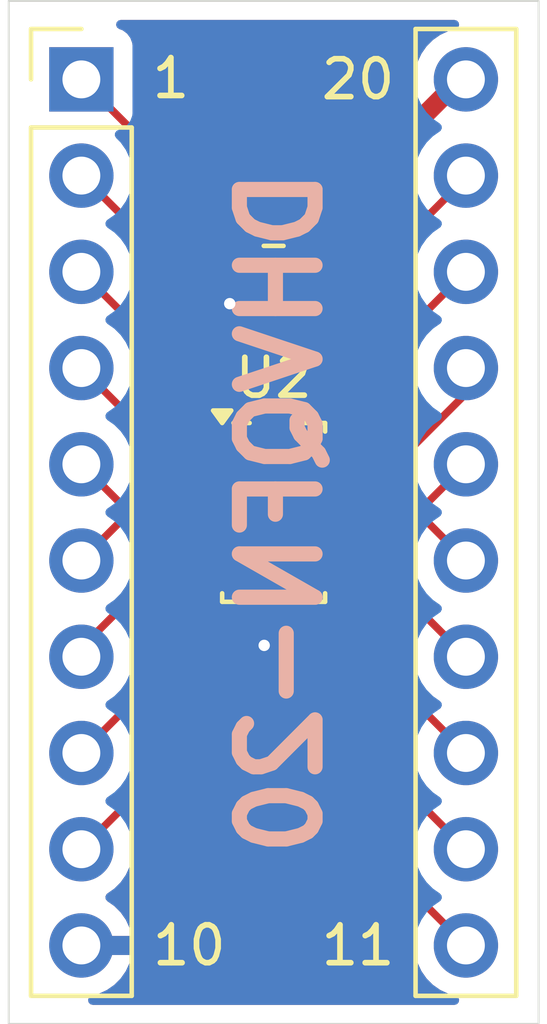
<source format=kicad_pcb>
(kicad_pcb (version 20240108) (generator "pcbnew") (generator_version "8.0")
  (layers (0 "F.Cu" signal) (31 "B.Cu" signal) (34 "B.Paste" user) (35 "F.Paste" user) (36 "B.SilkS" user "B.Silkscreen") (37 "F.SilkS" user "F.Silkscreen") (38 "B.Mask" user) (39 "F.Mask" user) (44 "Edge.Cuts" user))
  (net 0 "")
  (net 1 "Net-(J4-Pin_10)")
  (net 2 "/GND")
  (net 3 "Net-(J4-Pin_1)")
  (net 4 "Net-(J3-Pin_6)")
  (net 5 "Net-(J3-Pin_8)")
  (net 6 "Net-(J3-Pin_7)")
  (net 7 "Net-(J3-Pin_1)")
  (net 8 "Net-(J4-Pin_6)")
  (net 9 "Net-(J4-Pin_7)")
  (net 10 "Net-(J4-Pin_5)")
  (net 11 "Net-(J3-Pin_5)")
  (net 12 "Net-(J4-Pin_2)")
  (net 13 "Net-(J3-Pin_4)")
  (net 14 "Net-(J3-Pin_2)")
  (net 15 "Net-(J3-Pin_9)")
  (net 16 "Net-(J4-Pin_8)")
  (net 17 "Net-(J3-Pin_3)")
  (net 18 "Net-(J4-Pin_3)")
  (net 19 "Net-(J4-Pin_9)")
  (net 20 "Net-(J4-Pin_4)")
  (footprint "Connector_PinHeader_2.54mm:PinHeader_1x10_P2.54mm_Vertical" (layer "F.Cu") (at 51.92 52.07)
    (property "Reference" "J3" (hide yes))
    (property "Value" "tssop_20_left" (hide yes))
    (fp_line (start -1.33 -1.33) (end 0 -1.33) (stroke (width 0.12)) (layer "F.SilkS"))
    (fp_line (start -1.33 0) (end -1.33 -1.33) (stroke (width 0.12)) (layer "F.SilkS"))
    (fp_line (start -1.33 1.27) (end -1.33 24.19) (stroke (width 0.12)) (layer "F.SilkS"))
    (fp_line (start -1.33 1.27) (end 1.33 1.27) (stroke (width 0.12)) (layer "F.SilkS"))
    (fp_line (start -1.33 24.19) (end 1.33 24.19) (stroke (width 0.12)) (layer "F.SilkS"))
    (fp_line (start 1.33 1.27) (end 1.33 24.19) (stroke (width 0.12)) (layer "F.SilkS"))
    (pad "1" thru_hole rect (at 0 0) (size 1.7 1.7) (drill 1) (layers "*.Cu" "*.Mask") (net 7 "Net-(J3-Pin_1)"))
    (pad "2" thru_hole oval (at 0 2.54) (size 1.7 1.7) (drill 1) (layers "*.Cu" "*.Mask") (net 14 "Net-(J3-Pin_2)"))
    (pad "3" thru_hole oval (at 0 5.08) (size 1.7 1.7) (drill 1) (layers "*.Cu" "*.Mask") (net 17 "Net-(J3-Pin_3)"))
    (pad "4" thru_hole oval (at 0 7.62) (size 1.7 1.7) (drill 1) (layers "*.Cu" "*.Mask") (net 13 "Net-(J3-Pin_4)"))
    (pad "5" thru_hole oval (at 0 10.16) (size 1.7 1.7) (drill 1) (layers "*.Cu" "*.Mask") (net 11 "Net-(J3-Pin_5)"))
    (pad "6" thru_hole oval (at 0 12.7) (size 1.7 1.7) (drill 1) (layers "*.Cu" "*.Mask") (net 4 "Net-(J3-Pin_6)"))
    (pad "7" thru_hole oval (at 0 15.24) (size 1.7 1.7) (drill 1) (layers "*.Cu" "*.Mask") (net 6 "Net-(J3-Pin_7)"))
    (pad "8" thru_hole oval (at 0 17.78) (size 1.7 1.7) (drill 1) (layers "*.Cu" "*.Mask") (net 5 "Net-(J3-Pin_8)"))
    (pad "9" thru_hole oval (at 0 20.32) (size 1.7 1.7) (drill 1) (layers "*.Cu" "*.Mask") (net 15 "Net-(J3-Pin_9)"))
    (pad "10" thru_hole oval (at 0 22.86) (size 1.7 1.7) (drill 1) (layers "*.Cu" "*.Mask") (net 2 "/GND"))
  )
  (footprint "Package_DFN_QFN:DHVQFN-20-1EP_2.5x4.5mm_P0.5mm_EP1x3mm" (layer "F.Cu") (at 57 63.5)
    (property "Reference" "U2" (at 0 -3.55 0) (layer "F.SilkS"))
    (property "Value" "tssop-20")
    (fp_line (start -1.36 2.36) (end -1.36 2.135) (stroke (width 0.12)) (layer "F.SilkS"))
    (fp_line (start -0.635 -2.36) (end -1.06 -2.36) (stroke (width 0.12)) (layer "F.SilkS"))
    (fp_line (start -0.635 2.36) (end -1.36 2.36) (stroke (width 0.12)) (layer "F.SilkS"))
    (fp_line (start 0.635 -2.36) (end 1.36 -2.36) (stroke (width 0.12)) (layer "F.SilkS"))
    (fp_line (start 0.635 2.36) (end 1.36 2.36) (stroke (width 0.12)) (layer "F.SilkS"))
    (fp_line (start 1.36 -2.36) (end 1.36 -2.135) (stroke (width 0.12)) (layer "F.SilkS"))
    (fp_line (start 1.36 2.36) (end 1.36 2.135) (stroke (width 0.12)) (layer "F.SilkS"))
    (fp_poly (pts (xy -1.36 -2.36) (xy -1.6 -2.69) (xy -1.12 -2.69) (xy -1.36 -2.36)) (stroke (width 0.12)) (fill solid) (layer "F.SilkS"))
    (pad "1" smd roundrect (at -0.25 -2.1875) (size 0.25 0.825) (layers "F.Cu" "F.Paste" "F.Mask") (net 7 "Net-(J3-Pin_1)"))
    (pad "2" smd roundrect (at -1.1875 -1.75) (size 0.825 0.25) (layers "F.Cu" "F.Paste" "F.Mask") (net 14 "Net-(J3-Pin_2)"))
    (pad "3" smd roundrect (at -1.1875 -1.25) (size 0.825 0.25) (layers "F.Cu" "F.Paste" "F.Mask") (net 17 "Net-(J3-Pin_3)"))
    (pad "4" smd roundrect (at -1.1875 -0.75) (size 0.825 0.25) (layers "F.Cu" "F.Paste" "F.Mask") (net 13 "Net-(J3-Pin_4)"))
    (pad "5" smd roundrect (at -1.1875 -0.25) (size 0.825 0.25) (layers "F.Cu" "F.Paste" "F.Mask") (net 11 "Net-(J3-Pin_5)"))
    (pad "6" smd roundrect (at -1.1875 0.25) (size 0.825 0.25) (layers "F.Cu" "F.Paste" "F.Mask") (net 4 "Net-(J3-Pin_6)"))
    (pad "7" smd roundrect (at -1.1875 0.75) (size 0.825 0.25) (layers "F.Cu" "F.Paste" "F.Mask") (net 6 "Net-(J3-Pin_7)"))
    (pad "8" smd roundrect (at -1.1875 1.25) (size 0.825 0.25) (layers "F.Cu" "F.Paste" "F.Mask") (net 5 "Net-(J3-Pin_8)"))
    (pad "9" smd roundrect (at -1.1875 1.75) (size 0.825 0.25) (layers "F.Cu" "F.Paste" "F.Mask") (net 15 "Net-(J3-Pin_9)"))
    (pad "10" smd roundrect (at -0.25 2.1875) (size 0.25 0.825) (layers "F.Cu" "F.Paste" "F.Mask") (net 2 "/GND"))
    (pad "11" smd roundrect (at 0.25 2.1875) (size 0.25 0.825) (layers "F.Cu" "F.Paste" "F.Mask") (net 3 "Net-(J4-Pin_1)"))
    (pad "12" smd roundrect (at 1.1875 1.75) (size 0.825 0.25) (layers "F.Cu" "F.Paste" "F.Mask") (net 12 "Net-(J4-Pin_2)"))
    (pad "13" smd roundrect (at 1.1875 1.25) (size 0.825 0.25) (layers "F.Cu" "F.Paste" "F.Mask") (net 18 "Net-(J4-Pin_3)"))
    (pad "14" smd roundrect (at 1.1875 0.75) (size 0.825 0.25) (layers "F.Cu" "F.Paste" "F.Mask") (net 20 "Net-(J4-Pin_4)"))
    (pad "15" smd roundrect (at 1.1875 0.25) (size 0.825 0.25) (layers "F.Cu" "F.Paste" "F.Mask") (net 10 "Net-(J4-Pin_5)"))
    (pad "16" smd roundrect (at 1.1875 -0.25) (size 0.825 0.25) (layers "F.Cu" "F.Paste" "F.Mask") (net 8 "Net-(J4-Pin_6)"))
    (pad "17" smd roundrect (at 1.1875 -0.75) (size 0.825 0.25) (layers "F.Cu" "F.Paste" "F.Mask") (net 9 "Net-(J4-Pin_7)"))
    (pad "18" smd roundrect (at 1.1875 -1.25) (size 0.825 0.25) (layers "F.Cu" "F.Paste" "F.Mask") (net 16 "Net-(J4-Pin_8)"))
    (pad "19" smd roundrect (at 1.1875 -1.75) (size 0.825 0.25) (layers "F.Cu" "F.Paste" "F.Mask") (net 19 "Net-(J4-Pin_9)"))
    (pad "20" smd roundrect (at 0.25 -2.1875) (size 0.25 0.825) (layers "F.Cu" "F.Paste" "F.Mask") (net 1 "Net-(J4-Pin_10)"))
    (pad "21" smd rect (at 0 0) (size 1 3) (property pad_prop_heatsink) (layers "F.Cu" "F.Mask") (net 2 "/GND"))
  )
  (footprint "Connector_PinHeader_2.54mm:PinHeader_1x10_P2.54mm_Vertical" (layer "F.Cu") (at 62.08 74.93 180)
    (property "Reference" "J4" (hide yes))
    (property "Value" "tssop_20_right" (hide yes))
    (fp_line (start 1.33 -1.33) (end 1.33 24.19) (stroke (width 0.12)) (layer "F.SilkS"))
    (fp_line (start -1.33 24.19) (end 1.33 24.19) (stroke (width 0.12)) (layer "F.SilkS"))
    (fp_line (start -1.33 -1.33) (end 1.33 -1.33) (stroke (width 0.12)) (layer "F.SilkS"))
    (fp_line (start -1.33 -1.33) (end -1.33 24.19) (stroke (width 0.12)) (layer "F.SilkS"))
    (pad "1" thru_hole oval (at 0 0 180) (size 1.7 1.7) (drill 1) (layers "*.Cu" "*.Mask") (net 3 "Net-(J4-Pin_1)"))
    (pad "2" thru_hole oval (at 0 2.54 180) (size 1.7 1.7) (drill 1) (layers "*.Cu" "*.Mask") (net 12 "Net-(J4-Pin_2)"))
    (pad "3" thru_hole oval (at 0 5.08 180) (size 1.7 1.7) (drill 1) (layers "*.Cu" "*.Mask") (net 18 "Net-(J4-Pin_3)"))
    (pad "4" thru_hole oval (at 0 7.62 180) (size 1.7 1.7) (drill 1) (layers "*.Cu" "*.Mask") (net 20 "Net-(J4-Pin_4)"))
    (pad "5" thru_hole oval (at 0 10.16 180) (size 1.7 1.7) (drill 1) (layers "*.Cu" "*.Mask") (net 10 "Net-(J4-Pin_5)"))
    (pad "6" thru_hole oval (at 0 12.7 180) (size 1.7 1.7) (drill 1) (layers "*.Cu" "*.Mask") (net 8 "Net-(J4-Pin_6)"))
    (pad "7" thru_hole oval (at 0 15.24 180) (size 1.7 1.7) (drill 1) (layers "*.Cu" "*.Mask") (net 9 "Net-(J4-Pin_7)"))
    (pad "8" thru_hole oval (at 0 17.78 180) (size 1.7 1.7) (drill 1) (layers "*.Cu" "*.Mask") (net 16 "Net-(J4-Pin_8)"))
    (pad "9" thru_hole oval (at 0 20.32 180) (size 1.7 1.7) (drill 1) (layers "*.Cu" "*.Mask") (net 19 "Net-(J4-Pin_9)"))
    (pad "10" thru_hole oval (at 0 22.86 180) (size 1.7 1.7) (drill 1) (layers "*.Cu" "*.Mask") (net 1 "Net-(J4-Pin_10)"))
  )
  (footprint "Capacitor_SMD:C_0805_2012Metric_Pad1.18x1.45mm_HandSolder" (layer "F.Cu") (at 57 55.73)
    (property "Reference" "C2" (hide yes))
    (property "Value" "C" (hide yes))
    (fp_line (start -0.261252 -0.735) (end 0.261252 -0.735) (stroke (width 0.12)) (layer "F.SilkS"))
    (fp_line (start -0.261252 0.735) (end 0.261252 0.735) (stroke (width 0.12)) (layer "F.SilkS"))
    (pad "1" smd roundrect (at -1.0375 0) (size 1.175 1.45) (layers "F.Cu" "F.Paste" "F.Mask") (roundrect_rratio 0.212766) (net 2 "/GND"))
    (pad "2" smd roundrect (at 1.0375 0) (size 1.175 1.45) (layers "F.Cu" "F.Paste" "F.Mask") (roundrect_rratio 0.212766) (net 1 "Net-(J4-Pin_10)"))
  )
  (gr_rect (start 50 50) (end 64 77) (stroke (width 0.05)) (fill none) (layer "Edge.Cuts"))
  (gr_text "DHVQFN-20" (at 57.19 63.5 90) (layer "B.SilkS") (effects (font (size 2 2) (thickness 0.4) (bold yes)) (justify mirror)))
  (gr_text "1" (at 53.71 52.04 0) (layer "F.SilkS") (effects (font (size 1 1) (thickness 0.15) (bold yes)) (justify left)))
  (gr_text "20" (at 60.28 52.07 0) (layer "F.SilkS") (effects (font (size 1 1) (thickness 0.15) (bold yes)) (justify right)))
  (gr_text "11" (at 60.28 74.93 0) (layer "F.SilkS") (effects (font (size 1 1) (thickness 0.15) (bold yes)) (justify right)))
  (gr_text "10" (at 53.72 74.93 0) (layer "F.SilkS") (effects (font (size 1 1) (thickness 0.15) (bold yes)) (justify left)))
  (segment (start 57.43 60.32) (end 57.91 59.84) (width 0.5) (layer "F.Cu") (net 1))
  (segment (start 57.25 61.3125) (end 57.25 60.5) (width 0.2) (layer "F.Cu") (net 1))
  (segment (start 57.25 60.5) (end 57.43 60.32) (width 0.2) (layer "F.Cu") (net 1))
  (segment (start 61.93 52.07) (end 62.08 52.07) (width 0.5) (layer "F.Cu") (net 1))
  (segment (start 57.91 55.73) (end 58.27 55.73) (width 0.5) (layer "F.Cu") (net 1))
  (segment (start 58.27 55.73) (end 61.93 52.07) (width 0.5) (layer "F.Cu") (net 1))
  (segment (start 57.91 59.84) (end 57.91 55.73) (width 0.5) (layer "F.Cu") (net 1))
  (segment (start 55.75 73.09) (end 53.91 74.93) (width 0.5) (layer "F.Cu") (net 2))
  (segment (start 55.84 55.735) (end 55.835 55.73) (width 0.2) (layer "F.Cu") (net 2))
  (segment (start 56.75 67.01) (end 56.75 65.6875) (width 0.2) (layer "F.Cu") (net 2))
  (segment (start 56.75 63.75) (end 57 63.5) (width 0.2) (layer "F.Cu") (net 2))
  (segment (start 56.75 65.6875) (end 56.75 63.75) (width 0.2) (layer "F.Cu") (net 2))
  (segment (start 56.75 67.01) (end 55.75 68.01) (width 0.5) (layer "F.Cu") (net 2))
  (segment (start 53.91 74.93) (end 52.64 74.93) (width 0.5) (layer "F.Cu") (net 2))
  (segment (start 55.75 68.01) (end 55.75 73.09) (width 0.5) (layer "F.Cu") (net 2))
  (segment (start 55.84 57.99) (end 55.84 55.735) (width 0.5) (layer "F.Cu") (net 2))
  (via (at 55.84 57.99) (size 0.6) (drill 0.3) (layers "F.Cu" "B.Cu") (net 2))
  (via (at 56.75 67.01) (size 0.6) (drill 0.3) (layers "F.Cu" "B.Cu") (net 2))
  (segment (start 53.93 74.93) (end 52.615 74.93) (width 0.5) (layer "B.Cu") (net 2))
  (segment (start 55.84 57.99) (end 56.75 58.9) (width 0.5) (layer "B.Cu") (net 2))
  (segment (start 56.75 72.11) (end 53.93 74.93) (width 0.5) (layer "B.Cu") (net 2))
  (segment (start 56.75 58.9) (end 56.75 72.11) (width 0.5) (layer "B.Cu") (net 2))
  (segment (start 57.25 66.25) (end 57.5 66.5) (width 0.2) (layer "F.Cu") (net 3))
  (segment (start 57.25 65.6875) (end 57.25 66.25) (width 0.2) (layer "F.Cu") (net 3))
  (segment (start 58 66.5) (end 58.75 67.25) (width 0.2) (layer "F.Cu") (net 3))
  (segment (start 57.5 66.5) (end 58 66.5) (width 0.2) (layer "F.Cu") (net 3))
  (segment (start 58.75 71.6) (end 62.08 74.93) (width 0.2) (layer "F.Cu") (net 3))
  (segment (start 58.75 67.25) (end 58.75 71.6) (width 0.2) (layer "F.Cu") (net 3))
  (segment (start 52.94 63.75) (end 55.8125 63.75) (width 0.2) (layer "F.Cu") (net 4))
  (segment (start 51.92 64.77) (end 52.94 63.75) (width 0.2) (layer "F.Cu") (net 4))
  (segment (start 53.5 66.25) (end 55 64.75) (width 0.2) (layer "F.Cu") (net 5))
  (segment (start 55 64.75) (end 55.8125 64.75) (width 0.2) (layer "F.Cu") (net 5))
  (segment (start 51.92 69.85) (end 53.5 68.27) (width 0.2) (layer "F.Cu") (net 5))
  (segment (start 53.5 68.27) (end 53.5 66.25) (width 0.2) (layer "F.Cu") (net 5))
  (segment (start 54.74 64.25) (end 55.8125 64.25) (width 0.2) (layer "F.Cu") (net 6))
  (segment (start 51.92 67.31) (end 51.92 67.07) (width 0.2) (layer "F.Cu") (net 6))
  (segment (start 51.92 67.07) (end 54.74 64.25) (width 0.2) (layer "F.Cu") (net 6))
  (segment (start 54.9 55.05) (end 51.92 52.07) (width 0.2) (layer "F.Cu") (net 7))
  (segment (start 56.75 59.75) (end 54.9 57.9) (width 0.2) (layer "F.Cu") (net 7))
  (segment (start 56.75 61.3125) (end 56.75 59.75) (width 0.2) (layer "F.Cu") (net 7))
  (segment (start 54.9 57.9) (end 54.9 55.05) (width 0.2) (layer "F.Cu") (net 7))
  (segment (start 58.1875 63.25) (end 61.06 63.25) (width 0.2) (layer "F.Cu") (net 8))
  (segment (start 61.06 63.25) (end 62.08 62.23) (width 0.2) (layer "F.Cu") (net 8))
  (segment (start 59.69375 62.75) (end 62.08 60.36375) (width 0.2) (layer "F.Cu") (net 9))
  (segment (start 62.08 60.36375) (end 62.08 59.69) (width 0.2) (layer "F.Cu") (net 9))
  (segment (start 58.1875 62.75) (end 59.69375 62.75) (width 0.2) (layer "F.Cu") (net 9))
  (segment (start 62.08 64.77) (end 61.06 63.75) (width 0.2) (layer "F.Cu") (net 10))
  (segment (start 61.06 63.75) (end 58.1875 63.75) (width 0.2) (layer "F.Cu") (net 10))
  (segment (start 52.94 63.25) (end 55.8125 63.25) (width 0.2) (layer "F.Cu") (net 11))
  (segment (start 51.92 62.23) (end 52.94 63.25) (width 0.2) (layer "F.Cu") (net 11))
  (segment (start 59.25 65.75) (end 59.25 69.56) (width 0.2) (layer "F.Cu") (net 12))
  (segment (start 58.75 65.25) (end 59.25 65.75) (width 0.2) (layer "F.Cu") (net 12))
  (segment (start 59.25 69.56) (end 62.08 72.39) (width 0.2) (layer "F.Cu") (net 12))
  (segment (start 58.1875 65.25) (end 58.75 65.25) (width 0.2) (layer "F.Cu") (net 12))
  (segment (start 54.98 62.75) (end 55.8125 62.75) (width 0.2) (layer "F.Cu") (net 13))
  (segment (start 51.92 59.69) (end 54.98 62.75) (width 0.2) (layer "F.Cu") (net 13))
  (segment (start 51.92 54.61) (end 51.94 54.61) (width 0.2) (layer "F.Cu") (net 14))
  (segment (start 55.25 61.75) (end 55.8125 61.75) (width 0.2) (layer "F.Cu") (net 14))
  (segment (start 54.5 61) (end 55.25 61.75) (width 0.2) (layer "F.Cu") (net 14))
  (segment (start 54.5 57.17) (end 54.5 61) (width 0.2) (layer "F.Cu") (net 14))
  (segment (start 51.94 54.61) (end 54.5 57.17) (width 0.2) (layer "F.Cu") (net 14))
  (segment (start 54.65 65.665686) (end 54.65 69.66) (width 0.2) (layer "F.Cu") (net 15))
  (segment (start 55.065686 65.25) (end 54.65 65.665686) (width 0.2) (layer "F.Cu") (net 15))
  (segment (start 55.8125 65.25) (end 55.065686 65.25) (width 0.2) (layer "F.Cu") (net 15))
  (segment (start 54.65 69.66) (end 51.92 72.39) (width 0.2) (layer "F.Cu") (net 15))
  (segment (start 60 61.7375) (end 60 59.23) (width 0.2) (layer "F.Cu") (net 16))
  (segment (start 60 59.23) (end 62.08 57.15) (width 0.2) (layer "F.Cu") (net 16))
  (segment (start 59.4875 62.25) (end 60 61.7375) (width 0.2) (layer "F.Cu") (net 16))
  (segment (start 58.1875 62.25) (end 59.4875 62.25) (width 0.2) (layer "F.Cu") (net 16))
  (segment (start 54.1 59.33) (end 54.1 61.165686) (width 0.2) (layer "F.Cu") (net 17))
  (segment (start 55.184314 62.25) (end 55.8125 62.25) (width 0.2) (layer "F.Cu") (net 17))
  (segment (start 54.1 61.165686) (end 55.184314 62.25) (width 0.2) (layer "F.Cu") (net 17))
  (segment (start 51.92 57.15) (end 54.1 59.33) (width 0.2) (layer "F.Cu") (net 17))
  (segment (start 62.08 69.85) (end 59.65 67.42) (width 0.2) (layer "F.Cu") (net 18))
  (segment (start 58.815686 64.75) (end 58.1875 64.75) (width 0.2) (layer "F.Cu") (net 18))
  (segment (start 59.65 67.42) (end 59.65 65.584314) (width 0.2) (layer "F.Cu") (net 18))
  (segment (start 59.65 65.584314) (end 58.815686 64.75) (width 0.2) (layer "F.Cu") (net 18))
  (segment (start 62.08 54.67) (end 62.08 54.61) (width 0.2) (layer "F.Cu") (net 19))
  (segment (start 59.5 57.25) (end 62.08 54.67) (width 0.2) (layer "F.Cu") (net 19))
  (segment (start 59.5 61.5875) (end 59.5 57.25) (width 0.2) (layer "F.Cu") (net 19))
  (segment (start 59.3375 61.75) (end 59.5 61.5875) (width 0.2) (layer "F.Cu") (net 19))
  (segment (start 58.1875 61.75) (end 59.3375 61.75) (width 0.2) (layer "F.Cu") (net 19))
  (segment (start 62.08 67.31) (end 59.02 64.25) (width 0.2) (layer "F.Cu") (net 20))
  (segment (start 59.02 64.25) (end 58.1875 64.25) (width 0.2) (layer "F.Cu") (net 20))
  (zone (net 2) (net_name "/GND") (layers "F&B.Cu") (connect_pads (clearance 0.5)) (min_thickness 0.25) (fill yes (thermal_gap 0.5) (thermal_bridge_width 0.5))
    (polygon (pts (xy 49.77 50) (xy 64.23 50.01) (xy 64.23 77) (xy 49.77 77)))
  )
)
</source>
